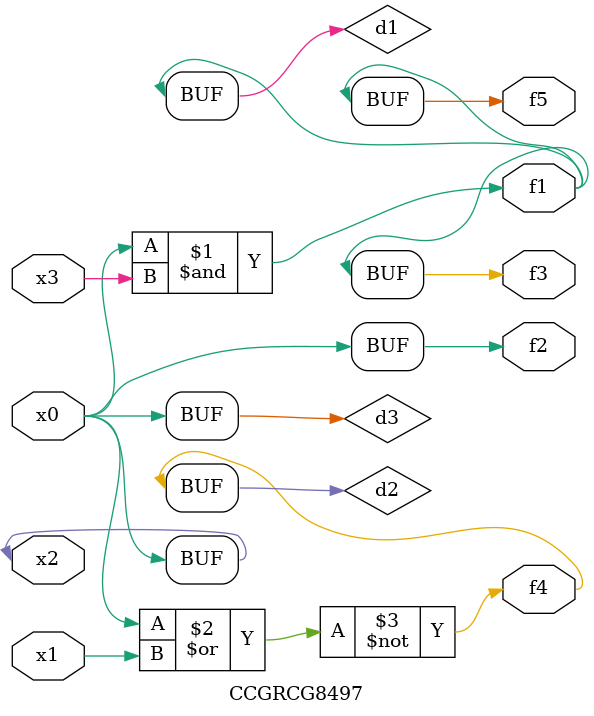
<source format=v>
module CCGRCG8497(
	input x0, x1, x2, x3,
	output f1, f2, f3, f4, f5
);

	wire d1, d2, d3;

	and (d1, x2, x3);
	nor (d2, x0, x1);
	buf (d3, x0, x2);
	assign f1 = d1;
	assign f2 = d3;
	assign f3 = d1;
	assign f4 = d2;
	assign f5 = d1;
endmodule

</source>
